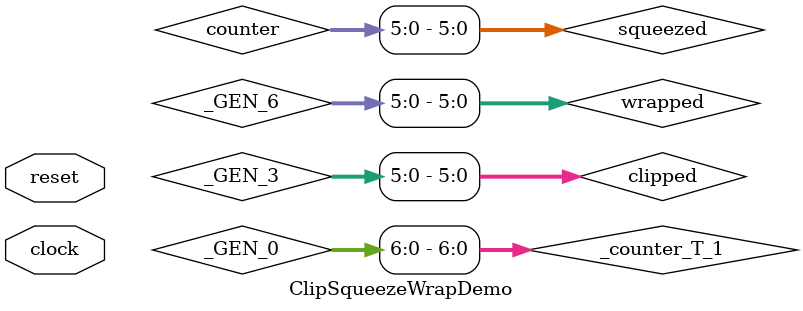
<source format=v>
module ClipSqueezeWrapDemo(
  input   clock,
  input   reset
);
`ifdef RANDOMIZE_REG_INIT
  reg [31:0] _RAND_0;
`endif // RANDOMIZE_REG_INIT
  reg [6:0] counter; // @[IntervalSpec.scala 192:24]
  wire [7:0] _GEN_0 = $signed(counter) + 7'sh1; // @[IntervalSpec.scala 194:{23,23}]
  wire [6:0] _counter_T_1 = _GEN_0[6:0]; // @[IntervalSpec.scala 194:{43,43}]
  wire  _T = $signed(counter) > 7'sh1e; // @[IntervalSpec.scala 195:16]
  wire  _T_2 = ~reset; // @[IntervalSpec.scala 196:9]
  wire [6:0] _GEN_3 = $signed(counter) > 7'sh11 ? $signed(7'sh11) : $signed($signed(counter) < -7'sh4 ? $signed(-7'sh4)
     : $signed(counter)); // @[IntervalSpec.scala 199:{29,29}]
  wire [5:0] clipped = _GEN_3[5:0]; // @[IntervalSpec.scala 199:{29,29}]
  wire [5:0] squeezed = counter[5:0]; // @[IntervalSpec.scala 200:{33,33}]
  wire [7:0] _GEN_6 = $signed(counter) > 7'sh11 ? $signed($signed(counter) - 7'sh16) : $signed($signed(counter) < -7'sh4
     ? $signed($signed(counter) + 7'sh16) : $signed({{1{counter[6]}},counter})); // @[IntervalSpec.scala 201:{29,29}]
  wire [5:0] wrapped = _GEN_6[5:0]; // @[IntervalSpec.scala 201:{29,29}]
  wire  _T_3 = $signed(counter) == -7'sh4; // @[IntervalSpec.scala 203:16]
  always @(posedge clock) begin
    if (reset) begin // @[IntervalSpec.scala 192:24]
      counter <= -7'sh4; // @[IntervalSpec.scala 192:24]
    end else begin
      counter <= _counter_T_1; // @[IntervalSpec.scala 194:11]
    end
    `ifndef SYNTHESIS
    `ifdef STOP_COND
      if (`STOP_COND) begin
    `endif
        if (_T & ~reset) begin
          $finish; // @[IntervalSpec.scala 196:9]
        end
    `ifdef STOP_COND
      end
    `endif
    `endif // SYNTHESIS
    `ifndef SYNTHESIS
    `ifdef PRINTF_COND
      if (`PRINTF_COND) begin
    `endif
        if (_T_3 & _T_2) begin
          $fwrite(32'h80000002,"Target range is range\"[-10,33].0\"\n"); // @[IntervalSpec.scala 204:11]
        end
    `ifdef PRINTF_COND
      end
    `endif
    `endif // SYNTHESIS
    `ifndef SYNTHESIS
    `ifdef PRINTF_COND
      if (`PRINTF_COND) begin
    `endif
        if (_T_3 & _T_2) begin
          $fwrite(32'h80000002,"value     clip      squeeze      wrap\n"); // @[IntervalSpec.scala 205:11]
        end
    `ifdef PRINTF_COND
      end
    `endif
    `endif // SYNTHESIS
    `ifndef SYNTHESIS
    `ifdef PRINTF_COND
      if (`PRINTF_COND) begin
    `endif
        if (_T_2) begin
          $fwrite(32'h80000002,"       %d       %d          %d         %d\n",counter,clipped,squeezed,wrapped); // @[IntervalSpec.scala 208:9]
        end
    `ifdef PRINTF_COND
      end
    `endif
    `endif // SYNTHESIS
  end
// Register and memory initialization
`ifdef RANDOMIZE_GARBAGE_ASSIGN
`define RANDOMIZE
`endif
`ifdef RANDOMIZE_INVALID_ASSIGN
`define RANDOMIZE
`endif
`ifdef RANDOMIZE_REG_INIT
`define RANDOMIZE
`endif
`ifdef RANDOMIZE_MEM_INIT
`define RANDOMIZE
`endif
`ifndef RANDOM
`define RANDOM $random
`endif
`ifdef RANDOMIZE_MEM_INIT
  integer initvar;
`endif
`ifndef SYNTHESIS
`ifdef FIRRTL_BEFORE_INITIAL
`FIRRTL_BEFORE_INITIAL
`endif
initial begin
  `ifdef RANDOMIZE
    `ifdef INIT_RANDOM
      `INIT_RANDOM
    `endif
    `ifndef VERILATOR
      `ifdef RANDOMIZE_DELAY
        #`RANDOMIZE_DELAY begin end
      `else
        #0.002 begin end
      `endif
    `endif
`ifdef RANDOMIZE_REG_INIT
  _RAND_0 = {1{`RANDOM}};
  counter = _RAND_0[6:0];
`endif // RANDOMIZE_REG_INIT
  `endif // RANDOMIZE
end // initial
`ifdef FIRRTL_AFTER_INITIAL
`FIRRTL_AFTER_INITIAL
`endif
`endif // SYNTHESIS
endmodule

</source>
